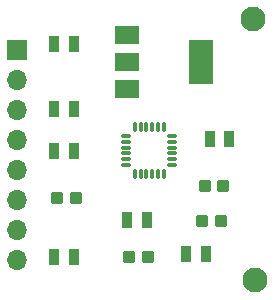
<source format=gts>
%TF.GenerationSoftware,KiCad,Pcbnew,7.0.1*%
%TF.CreationDate,2023-04-19T16:41:29+02:00*%
%TF.ProjectId,MPU,4d50552e-6b69-4636-9164-5f7063625858,version_01*%
%TF.SameCoordinates,Original*%
%TF.FileFunction,Soldermask,Top*%
%TF.FilePolarity,Negative*%
%FSLAX46Y46*%
G04 Gerber Fmt 4.6, Leading zero omitted, Abs format (unit mm)*
G04 Created by KiCad (PCBNEW 7.0.1) date 2023-04-19 16:41:29*
%MOMM*%
%LPD*%
G01*
G04 APERTURE LIST*
G04 Aperture macros list*
%AMRoundRect*
0 Rectangle with rounded corners*
0 $1 Rounding radius*
0 $2 $3 $4 $5 $6 $7 $8 $9 X,Y pos of 4 corners*
0 Add a 4 corners polygon primitive as box body*
4,1,4,$2,$3,$4,$5,$6,$7,$8,$9,$2,$3,0*
0 Add four circle primitives for the rounded corners*
1,1,$1+$1,$2,$3*
1,1,$1+$1,$4,$5*
1,1,$1+$1,$6,$7*
1,1,$1+$1,$8,$9*
0 Add four rect primitives between the rounded corners*
20,1,$1+$1,$2,$3,$4,$5,0*
20,1,$1+$1,$4,$5,$6,$7,0*
20,1,$1+$1,$6,$7,$8,$9,0*
20,1,$1+$1,$8,$9,$2,$3,0*%
G04 Aperture macros list end*
%ADD10R,2.000000X1.500000*%
%ADD11R,2.000000X3.800000*%
%ADD12RoundRect,0.094000X-0.376000X-0.416000X0.376000X-0.416000X0.376000X0.416000X-0.376000X0.416000X0*%
%ADD13R,0.970000X1.470000*%
%ADD14C,2.100000*%
%ADD15RoundRect,0.075000X-0.350000X-0.075000X0.350000X-0.075000X0.350000X0.075000X-0.350000X0.075000X0*%
%ADD16RoundRect,0.075000X0.075000X-0.350000X0.075000X0.350000X-0.075000X0.350000X-0.075000X-0.350000X0*%
%ADD17R,1.700000X1.700000*%
%ADD18O,1.700000X1.700000*%
G04 APERTURE END LIST*
D10*
%TO.C,U1*%
X83350000Y-51200000D03*
X83350000Y-53500000D03*
D11*
X89650000Y-53500000D03*
D10*
X83350000Y-55800000D03*
%TD*%
D12*
%TO.C,R8*%
X89710000Y-67000000D03*
X91290000Y-67000000D03*
%TD*%
D13*
%TO.C,C1*%
X78830000Y-52000000D03*
X77170000Y-52000000D03*
%TD*%
D12*
%TO.C,R9*%
X83520000Y-70000000D03*
X85100000Y-70000000D03*
%TD*%
D13*
%TO.C,C2*%
X90340000Y-60000000D03*
X92000000Y-60000000D03*
%TD*%
%TO.C,C9*%
X83370000Y-66900000D03*
X85030000Y-66900000D03*
%TD*%
D12*
%TO.C,R5*%
X89920000Y-64000000D03*
X91500000Y-64000000D03*
%TD*%
D14*
%TO.C,REF\u002A\u002A*%
X94200000Y-72000000D03*
%TD*%
D13*
%TO.C,C10*%
X77170000Y-70000000D03*
X78830000Y-70000000D03*
%TD*%
D12*
%TO.C,R7*%
X77420000Y-65000000D03*
X79000000Y-65000000D03*
%TD*%
D13*
%TO.C,D2*%
X88340000Y-69800000D03*
X90000000Y-69800000D03*
%TD*%
D15*
%TO.C,U2*%
X83300000Y-59750000D03*
X83300000Y-60250000D03*
X83300000Y-60750000D03*
X83300000Y-61250000D03*
X83300000Y-61750000D03*
X83300000Y-62250000D03*
D16*
X84000000Y-62950000D03*
X84500000Y-62950000D03*
X85000000Y-62950000D03*
X85500000Y-62950000D03*
X86000000Y-62950000D03*
X86500000Y-62950000D03*
D15*
X87200000Y-62250000D03*
X87200000Y-61750000D03*
X87200000Y-61250000D03*
X87200000Y-60750000D03*
X87200000Y-60250000D03*
X87200000Y-59750000D03*
D16*
X86500000Y-59050000D03*
X86000000Y-59050000D03*
X85500000Y-59050000D03*
X85000000Y-59050000D03*
X84500000Y-59050000D03*
X84000000Y-59050000D03*
%TD*%
D13*
%TO.C,C11*%
X77170000Y-57500000D03*
X78830000Y-57500000D03*
%TD*%
D14*
%TO.C,REF\u002A\u002A*%
X94000000Y-49900000D03*
%TD*%
D17*
%TO.C,PINS*%
X74000000Y-52460000D03*
D18*
X74000000Y-55000000D03*
X74000000Y-57540000D03*
X74000000Y-60080000D03*
X74000000Y-62620000D03*
X74000000Y-65160000D03*
X74000000Y-67700000D03*
X74000000Y-70240000D03*
%TD*%
D13*
%TO.C,C8*%
X77170000Y-61000000D03*
X78830000Y-61000000D03*
%TD*%
M02*

</source>
